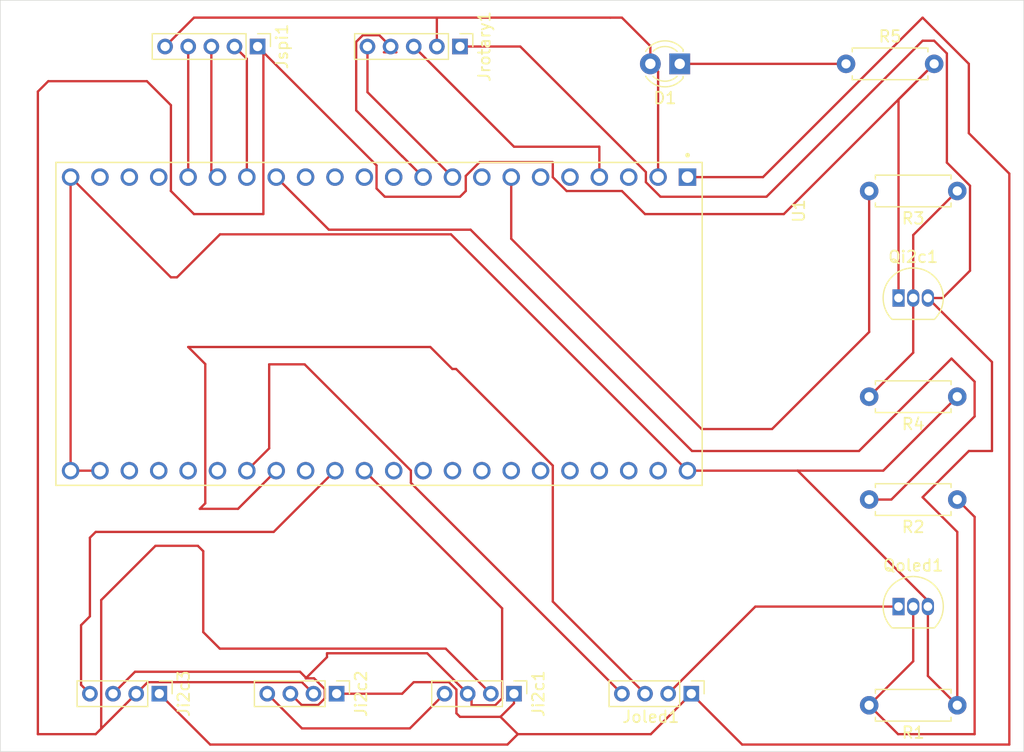
<source format=kicad_pcb>
(kicad_pcb (version 20241229) (generator "pcbnew") (generator_version "9.0")
  (layers (0 "F.Cu" signal) (2 "B.Cu" signal) (13 "F.Paste" user) (15 "B.Paste" user) (5 "F.SilkS" user "F.Silkscreen") (7 "B.SilkS" user "B.Silkscreen") (1 "F.Mask" user) (3 "B.Mask" user) (25 "Edge.Cuts" user))
  (net 0 "")
  (net 1 "+3.3V")
  (net 2 "Net-(D1-K)")
  (net 3 "Net-(U1-GPIO9)")
  (net 4 "Net-(Ji2c1-Pin_3)")
  (net 5 "Net-(Ji2c1-Pin_2)")
  (net 6 "Net-(Joled1-Pin_4)")
  (net 7 "Net-(Joled1-Pin_3)")
  (net 8 "Net-(Joled1-Pin_2)")
  (net 9 "Net-(Jrotary1-Pin_3)")
  (net 10 "Net-(Jrotary1-Pin_5)")
  (net 11 "Net-(Jrotary1-Pin_4)")
  (net 12 "GND")
  (net 13 "Net-(Jspi1-Pin_3)")
  (net 14 "Net-(Jspi1-Pin_2)")
  (net 15 "Net-(Jspi1-Pin_4)")
  (net 16 "Net-(Qi2c1-G)")
  (net 17 "Net-(Qoled1-G)")
  (net 18 "Net-(U1-GPIO7)")
  (footprint "Package_TO_SOT_THT:TO-92_Inline" (layer "F.Cu") (at 90.92 73.46)
    (property "Reference" "Qoled1" (at 1.27 -3.56 0) (layer "F.SilkS"))
    (property "Value" "BS170")
    (fp_line (start -0.53 1.85) (end 3.07 1.85) (stroke (width 0.12)) (layer "F.SilkS"))
    (fp_arc (start -0.568478 1.838478) (mid -1.132087 -0.994977) (end 1.27 -2.6) (stroke (width 0.12)) (layer "F.SilkS"))
    (fp_arc (start 1.27 -2.6) (mid 3.672087 -0.994977) (end 3.108478 1.838478) (stroke (width 0.12)) (layer "F.SilkS"))
    (pad "1" thru_hole rect (at 0 0) (size 1.05 1.5) (drill 0.75) (layers "*.Cu" "*.Mask") (net 8 "Net-(Joled1-Pin_2)"))
    (pad "2" thru_hole oval (at 1.27 0) (size 1.05 1.5) (drill 0.75) (layers "*.Cu" "*.Mask") (net 17 "Net-(Qoled1-G)"))
    (pad "3" thru_hole oval (at 2.54 0) (size 1.05 1.5) (drill 0.75) (layers "*.Cu" "*.Mask") (net 12 "GND"))
  )
  (footprint "Package_TO_SOT_THT:TO-92_Inline" (layer "F.Cu") (at 90.92 46.76)
    (property "Reference" "Qi2c1" (at 1.27 -3.56 0) (layer "F.SilkS"))
    (property "Value" "BS170")
    (fp_line (start -0.53 1.85) (end 3.07 1.85) (stroke (width 0.12)) (layer "F.SilkS"))
    (fp_arc (start -0.568478 1.838478) (mid -1.132087 -0.994977) (end 1.27 -2.6) (stroke (width 0.12)) (layer "F.SilkS"))
    (fp_arc (start 1.27 -2.6) (mid 3.672087 -0.994977) (end 3.108478 1.838478) (stroke (width 0.12)) (layer "F.SilkS"))
    (pad "1" thru_hole rect (at 0 0) (size 1.05 1.5) (drill 0.75) (layers "*.Cu" "*.Mask") (net 5 "Net-(Ji2c1-Pin_2)"))
    (pad "2" thru_hole oval (at 1.27 0) (size 1.05 1.5) (drill 0.75) (layers "*.Cu" "*.Mask") (net 16 "Net-(Qi2c1-G)"))
    (pad "3" thru_hole oval (at 2.54 0) (size 1.05 1.5) (drill 0.75) (layers "*.Cu" "*.Mask") (net 12 "GND"))
  )
  (footprint "Connector_PinHeader_2.00mm:PinHeader_1x04_P2.00mm_Vertical" (layer "F.Cu") (at 57.666667 81 -90)
    (property "Reference" "Ji2c1" (at 0 -2.11 90) (layer "F.SilkS"))
    (property "Value" "Conn_01x04_Pin")
    (fp_line (start -1.11 7.11) (end 1.11 7.11) (stroke (width 0.12)) (layer "F.SilkS"))
    (fp_line (start -1.11 1) (end -1.11 7.11) (stroke (width 0.12)) (layer "F.SilkS"))
    (fp_line (start -1.11 1) (end 1.11 1) (stroke (width 0.12)) (layer "F.SilkS"))
    (fp_line (start 1.11 1) (end 1.11 7.11) (stroke (width 0.12)) (layer "F.SilkS"))
    (fp_line (start -1.11 0) (end -1.11 -1.11) (stroke (width 0.12)) (layer "F.SilkS"))
    (fp_line (start -1.11 -1.11) (end 0 -1.11) (stroke (width 0.12)) (layer "F.SilkS"))
    (pad "1" thru_hole rect (at 0 0 270) (size 1.35 1.35) (drill 0.8) (layers "*.Cu" "*.Mask") (net 1 "+3.3V"))
    (pad "2" thru_hole circle (at 0 2 270) (size 1.35 1.35) (drill 0.8) (layers "*.Cu" "*.Mask") (net 5 "Net-(Ji2c1-Pin_2)"))
    (pad "3" thru_hole circle (at 0 4 270) (size 1.35 1.35) (drill 0.8) (layers "*.Cu" "*.Mask") (net 4 "Net-(Ji2c1-Pin_3)"))
    (pad "4" thru_hole circle (at 0 6 270) (size 1.35 1.35) (drill 0.8) (layers "*.Cu" "*.Mask") (net 4 "Net-(Ji2c1-Pin_3)"))
  )
  (footprint "Olimex ESP32 S3 LiPo Devkit:XCVR_ESP32-S3-DEVKIT-LIPO" (layer "F.Cu") (at 46 49 -90)
    (property "Reference" "U1" (at -9.775 -36.305 90) (layer "F.SilkS"))
    (property "Value" "ESP32-S3-DEVKIT-LIPO")
    (fp_line (start -13.97 27.94) (end -13.97 -27.94) (stroke (width 0.127)) (layer "F.SilkS"))
    (fp_line (start 13.97 27.94) (end -13.97 27.94) (stroke (width 0.127)) (layer "F.SilkS"))
    (fp_line (start -13.97 -27.94) (end 13.97 -27.94) (stroke (width 0.127)) (layer "F.SilkS"))
    (fp_line (start 13.97 -27.94) (end 13.97 27.94) (stroke (width 0.127)) (layer "F.SilkS"))
    (fp_circle (center -14.596 -26.682) (end -14.496 -26.682) (stroke (width 0.2)) (fill no) (layer "F.SilkS"))
    (pad "J1_1" thru_hole rect (at -12.7 -26.67 270) (size 1.508 1.508) (drill 1) (layers "*.Cu" "*.Mask") (net 1 "+3.3V"))
    (pad "J1_2" thru_hole circle (at -12.7 -24.13 270) (size 1.508 1.508) (drill 1) (layers "*.Cu" "*.Mask") (net 1 "+3.3V"))
    (pad "J1_3" thru_hole circle (at -12.7 -21.59 270) (size 1.508 1.508) (drill 1) (layers "*.Cu" "*.Mask"))
    (pad "J1_4" thru_hole circle (at -12.7 -19.05 270) (size 1.508 1.508) (drill 1) (layers "*.Cu" "*.Mask") (net 9 "Net-(Jrotary1-Pin_3)"))
    (pad "J1_5" thru_hole circle (at -12.7 -16.51 270) (size 1.508 1.508) (drill 1) (layers "*.Cu" "*.Mask"))
    (pad "J1_6" thru_hole circle (at -12.7 -13.97 270) (size 1.508 1.508) (drill 1) (layers "*.Cu" "*.Mask"))
    (pad "J1_7" thru_hole circle (at -12.7 -11.43 270) (size 1.508 1.508) (drill 1) (layers "*.Cu" "*.Mask") (net 18 "Net-(U1-GPIO7)"))
    (pad "J1_8" thru_hole circle (at -12.7 -8.89 270) (size 1.508 1.508) (drill 1) (layers "*.Cu" "*.Mask"))
    (pad "J1_9" thru_hole circle (at -12.7 -6.35 270) (size 1.508 1.508) (drill 1) (layers "*.Cu" "*.Mask") (net 10 "Net-(Jrotary1-Pin_5)"))
    (pad "J1_10" thru_hole circle (at -12.7 -3.81 270) (size 1.508 1.508) (drill 1) (layers "*.Cu" "*.Mask") (net 11 "Net-(Jrotary1-Pin_4)"))
    (pad "J1_11" thru_hole circle (at -12.7 -1.27 270) (size 1.508 1.508) (drill 1) (layers "*.Cu" "*.Mask"))
    (pad "J1_12" thru_hole circle (at -12.7 1.27 270) (size 1.508 1.508) (drill 1) (layers "*.Cu" "*.Mask"))
    (pad "J1_13" thru_hole circle (at -12.7 3.81 270) (size 1.508 1.508) (drill 1) (layers "*.Cu" "*.Mask"))
    (pad "J1_14" thru_hole circle (at -12.7 6.35 270) (size 1.508 1.508) (drill 1) (layers "*.Cu" "*.Mask"))
    (pad "J1_15" thru_hole circle (at -12.7 8.89 270) (size 1.508 1.508) (drill 1) (layers "*.Cu" "*.Mask") (net 3 "Net-(U1-GPIO9)"))
    (pad "J1_16" thru_hole circle (at -12.7 11.43 270) (size 1.508 1.508) (drill 1) (layers "*.Cu" "*.Mask") (net 14 "Net-(Jspi1-Pin_2)"))
    (pad "J1_17" thru_hole circle (at -12.7 13.97 270) (size 1.508 1.508) (drill 1) (layers "*.Cu" "*.Mask") (net 13 "Net-(Jspi1-Pin_3)"))
    (pad "J1_18" thru_hole circle (at -12.7 16.51 270) (size 1.508 1.508) (drill 1) (layers "*.Cu" "*.Mask") (net 15 "Net-(Jspi1-Pin_4)"))
    (pad "J1_19" thru_hole circle (at -12.7 19.05 270) (size 1.508 1.508) (drill 1) (layers "*.Cu" "*.Mask"))
    (pad "J1_20" thru_hole circle (at -12.7 21.59 270) (size 1.508 1.508) (drill 1) (layers "*.Cu" "*.Mask"))
    (pad "J1_21" thru_hole circle (at -12.7 24.13 270) (size 1.508 1.508) (drill 1) (layers "*.Cu" "*.Mask"))
    (pad "J1_22" thru_hole circle (at -12.7 26.67 270) (size 1.508 1.508) (drill 1) (layers "*.Cu" "*.Mask") (net 12 "GND"))
    (pad "J3_1" thru_hole circle (at 12.7 -26.67 270) (size 1.508 1.508) (drill 1) (layers "*.Cu" "*.Mask") (net 12 "GND"))
    (pad "J3_2" thru_hole circle (at 12.7 -24.13 270) (size 1.508 1.508) (drill 1) (layers "*.Cu" "*.Mask"))
    (pad "J3_3" thru_hole circle (at 12.7 -21.59 270) (size 1.508 1.508) (drill 1) (layers "*.Cu" "*.Mask"))
    (pad "J3_4" thru_hole circle (at 12.7 -19.05 270) (size 1.508 1.508) (drill 1) (layers "*.Cu" "*.Mask"))
    (pad "J3_5" thru_hole circle (at 12.7 -16.51 270) (size 1.508 1.508) (drill 1) (layers "*.Cu" "*.Mask"))
    (pad "J3_6" thru_hole circle (at 12.7 -13.97 270) (size 1.508 1.508) (drill 1) (layers "*.Cu" "*.Mask"))
    (pad "J3_7" thru_hole circle (at 12.7 -11.43 270) (size 1.508 1.508) (drill 1) (layers "*.Cu" "*.Mask"))
    (pad "J3_8" thru_hole circle (at 12.7 -8.89 270) (size 1.508 1.508) (drill 1) (layers "*.Cu" "*.Mask"))
    (pad "J3_9" thru_hole circle (at 12.7 -6.35 270) (size 1.508 1.508) (drill 1) (layers "*.Cu" "*.Mask"))
    (pad "J3_10" thru_hole circle (at 12.7 -3.81 270) (size 1.508 1.508) (drill 1) (layers "*.Cu" "*.Mask"))
    (pad "J3_11" thru_hole circle (at 12.7 -1.27 270) (size 1.508 1.508) (drill 1) (layers "*.Cu" "*.Mask"))
    (pad "J3_12" thru_hole circle (at 12.7 1.27 270) (size 1.508 1.508) (drill 1) (layers "*.Cu" "*.Mask") (net 4 "Net-(Ji2c1-Pin_3)"))
    (pad "J3_13" thru_hole circle (at 12.7 3.81 270) (size 1.508 1.508) (drill 1) (layers "*.Cu" "*.Mask") (net 4 "Net-(Ji2c1-Pin_3)"))
    (pad "J3_14" thru_hole circle (at 12.7 6.35 270) (size 1.508 1.508) (drill 1) (layers "*.Cu" "*.Mask"))
    (pad "J3_15" thru_hole circle (at 12.7 8.89 270) (size 1.508 1.508) (drill 1) (layers "*.Cu" "*.Mask") (net 7 "Net-(Joled1-Pin_3)"))
    (pad "J3_16" thru_hole circle (at 12.7 11.43 270) (size 1.508 1.508) (drill 1) (layers "*.Cu" "*.Mask") (net 6 "Net-(Joled1-Pin_4)"))
    (pad "J3_17" thru_hole circle (at 12.7 13.97 270) (size 1.508 1.508) (drill 1) (layers "*.Cu" "*.Mask"))
    (pad "J3_18" thru_hole circle (at 12.7 16.51 270) (size 1.508 1.508) (drill 1) (layers "*.Cu" "*.Mask"))
    (pad "J3_19" thru_hole circle (at 12.7 19.05 270) (size 1.508 1.508) (drill 1) (layers "*.Cu" "*.Mask"))
    (pad "J3_20" thru_hole circle (at 12.7 21.59 270) (size 1.508 1.508) (drill 1) (layers "*.Cu" "*.Mask"))
    (pad "J3_21" thru_hole circle (at 12.7 24.13 270) (size 1.508 1.508) (drill 1) (layers "*.Cu" "*.Mask") (net 12 "GND"))
    (pad "J3_22" thru_hole circle (at 12.7 26.67 270) (size 1.508 1.508) (drill 1) (layers "*.Cu" "*.Mask") (net 12 "GND"))
  )
  (footprint "Connector_PinHeader_2.00mm:PinHeader_1x05_P2.00mm_Vertical" (layer "F.Cu") (at 35.5 25 -90)
    (property "Reference" "Jspi1" (at 0 -2.11 90) (layer "F.SilkS"))
    (property "Value" "~")
    (fp_line (start -1.11 9.11) (end 1.11 9.11) (stroke (width 0.12)) (layer "F.SilkS"))
    (fp_line (start -1.11 1) (end -1.11 9.11) (stroke (width 0.12)) (layer "F.SilkS"))
    (fp_line (start -1.11 1) (end 1.11 1) (stroke (width 0.12)) (layer "F.SilkS"))
    (fp_line (start 1.11 1) (end 1.11 9.11) (stroke (width 0.12)) (layer "F.SilkS"))
    (fp_line (start -1.11 0) (end -1.11 -1.11) (stroke (width 0.12)) (layer "F.SilkS"))
    (fp_line (start -1.11 -1.11) (end 0 -1.11) (stroke (width 0.12)) (layer "F.SilkS"))
    (pad "1" thru_hole rect (at 0 0 270) (size 1.35 1.35) (drill 0.8) (layers "*.Cu" "*.Mask") (net 5 "Net-(Ji2c1-Pin_2)"))
    (pad "2" thru_hole circle (at 0 2 270) (size 1.35 1.35) (drill 0.8) (layers "*.Cu" "*.Mask") (net 14 "Net-(Jspi1-Pin_2)"))
    (pad "3" thru_hole circle (at 0 4 270) (size 1.35 1.35) (drill 0.8) (layers "*.Cu" "*.Mask") (net 13 "Net-(Jspi1-Pin_3)"))
    (pad "4" thru_hole circle (at 0 6 270) (size 1.35 1.35) (drill 0.8) (layers "*.Cu" "*.Mask") (net 15 "Net-(Jspi1-Pin_4)"))
    (pad "5" thru_hole circle (at 0 8 270) (size 1.35 1.35) (drill 0.8) (layers "*.Cu" "*.Mask") (net 1 "+3.3V"))
  )
  (footprint "Resistor_THT:R_Axial_DIN0207_L6.3mm_D2.5mm_P7.62mm_Horizontal" (layer "F.Cu") (at 96 37.5 180)
    (property "Reference" "R3" (at 3.81 -2.37 0) (layer "F.SilkS"))
    (property "Value" "1k")
    (fp_line (start 7.08 1.37) (end 7.08 1.04) (stroke (width 0.12)) (layer "F.SilkS"))
    (fp_line (start 7.08 -1.37) (end 7.08 -1.04) (stroke (width 0.12)) (layer "F.SilkS"))
    (fp_line (start 0.54 1.37) (end 7.08 1.37) (stroke (width 0.12)) (layer "F.SilkS"))
    (fp_line (start 0.54 1.04) (end 0.54 1.37) (stroke (width 0.12)) (layer "F.SilkS"))
    (fp_line (start 0.54 -1.04) (end 0.54 -1.37) (stroke (width 0.12)) (layer "F.SilkS"))
    (fp_line (start 0.54 -1.37) (end 7.08 -1.37) (stroke (width 0.12)) (layer "F.SilkS"))
    (pad "1" thru_hole circle (at 0 0 180) (size 1.6 1.6) (drill 0.8) (layers "*.Cu" "*.Mask") (net 16 "Net-(Qi2c1-G)"))
    (pad "2" thru_hole oval (at 7.62 0 180) (size 1.6 1.6) (drill 0.8) (layers "*.Cu" "*.Mask") (net 18 "Net-(U1-GPIO7)"))
  )
  (footprint "Connector_PinHeader_2.00mm:PinHeader_1x04_P2.00mm_Vertical" (layer "F.Cu") (at 27 81 -90)
    (property "Reference" "Ji2c3" (at 0 -2.11 90) (layer "F.SilkS"))
    (property "Value" "Conn_01x04_Pin")
    (fp_line (start -1.11 7.11) (end 1.11 7.11) (stroke (width 0.12)) (layer "F.SilkS"))
    (fp_line (start -1.11 1) (end -1.11 7.11) (stroke (width 0.12)) (layer "F.SilkS"))
    (fp_line (start -1.11 1) (end 1.11 1) (stroke (width 0.12)) (layer "F.SilkS"))
    (fp_line (start 1.11 1) (end 1.11 7.11) (stroke (width 0.12)) (layer "F.SilkS"))
    (fp_line (start -1.11 0) (end -1.11 -1.11) (stroke (width 0.12)) (layer "F.SilkS"))
    (fp_line (start -1.11 -1.11) (end 0 -1.11) (stroke (width 0.12)) (layer "F.SilkS"))
    (pad "1" thru_hole rect (at 0 0 270) (size 1.35 1.35) (drill 0.8) (layers "*.Cu" "*.Mask") (net 1 "+3.3V"))
    (pad "2" thru_hole circle (at 0 2 270) (size 1.35 1.35) (drill 0.8) (layers "*.Cu" "*.Mask") (net 5 "Net-(Ji2c1-Pin_2)"))
    (pad "3" thru_hole circle (at 0 4 270) (size 1.35 1.35) (drill 0.8) (layers "*.Cu" "*.Mask") (net 4 "Net-(Ji2c1-Pin_3)"))
    (pad "4" thru_hole circle (at 0 6 270) (size 1.35 1.35) (drill 0.8) (layers "*.Cu" "*.Mask") (net 4 "Net-(Ji2c1-Pin_3)"))
  )
  (footprint "Connector_PinHeader_2.00mm:PinHeader_1x05_P2.00mm_Vertical" (layer "F.Cu") (at 53 25 -90)
    (property "Reference" "Jrotary1" (at 0 -2.11 90) (layer "F.SilkS"))
    (property "Value" "~")
    (fp_line (start -1.11 9.11) (end 1.11 9.11) (stroke (width 0.12)) (layer "F.SilkS"))
    (fp_line (start -1.11 1) (end -1.11 9.11) (stroke (width 0.12)) (layer "F.SilkS"))
    (fp_line (start -1.11 1) (end 1.11 1) (stroke (width 0.12)) (layer "F.SilkS"))
    (fp_line (start 1.11 1) (end 1.11 9.11) (stroke (width 0.12)) (layer "F.SilkS"))
    (fp_line (start -1.11 0) (end -1.11 -1.11) (stroke (width 0.12)) (layer "F.SilkS"))
    (fp_line (start -1.11 -1.11) (end 0 -1.11) (stroke (width 0.12)) (layer "F.SilkS"))
    (pad "1" thru_hole rect (at 0 0 270) (size 1.35 1.35) (drill 0.8) (layers "*.Cu" "*.Mask") (net 12 "GND"))
    (pad "2" thru_hole circle (at 0 2 270) (size 1.35 1.35) (drill 0.8) (layers "*.Cu" "*.Mask") (net 1 "+3.3V"))
    (pad "3" thru_hole circle (at 0 4 270) (size 1.35 1.35) (drill 0.8) (layers "*.Cu" "*.Mask") (net 9 "Net-(Jrotary1-Pin_3)"))
    (pad "4" thru_hole circle (at 0 6 270) (size 1.35 1.35) (drill 0.8) (layers "*.Cu" "*.Mask") (net 11 "Net-(Jrotary1-Pin_4)"))
    (pad "5" thru_hole circle (at 0 8 270) (size 1.35 1.35) (drill 0.8) (layers "*.Cu" "*.Mask") (net 10 "Net-(Jrotary1-Pin_5)"))
  )
  (footprint "Connector_PinHeader_2.00mm:PinHeader_1x04_P2.00mm_Vertical" (layer "F.Cu") (at 42.333333 81 -90)
    (property "Reference" "Ji2c2" (at 0 -2.11 90) (layer "F.SilkS"))
    (property "Value" "Conn_01x04_Pin")
    (fp_line (start -1.11 7.11) (end 1.11 7.11) (stroke (width 0.12)) (layer "F.SilkS"))
    (fp_line (start -1.11 1) (end -1.11 7.11) (stroke (width 0.12)) (layer "F.SilkS"))
    (fp_line (start -1.11 1) (end 1.11 1) (stroke (width 0.12)) (layer "F.SilkS"))
    (fp_line (start 1.11 1) (end 1.11 7.11) (stroke (width 0.12)) (layer "F.SilkS"))
    (fp_line (start -1.11 0) (end -1.11 -1.11) (stroke (width 0.12)) (layer "F.SilkS"))
    (fp_line (start -1.11 -1.11) (end 0 -1.11) (stroke (width 0.12)) (layer "F.SilkS"))
    (pad "1" thru_hole rect (at 0 0 270) (size 1.35 1.35) (drill 0.8) (layers "*.Cu" "*.Mask") (net 1 "+3.3V"))
    (pad "2" thru_hole circle (at 0 2 270) (size 1.35 1.35) (drill 0.8) (layers "*.Cu" "*.Mask") (net 5 "Net-(Ji2c1-Pin_2)"))
    (pad "3" thru_hole circle (at 0 4 270) (size 1.35 1.35) (drill 0.8) (layers "*.Cu" "*.Mask") (net 4 "Net-(Ji2c1-Pin_3)"))
    (pad "4" thru_hole circle (at 0 6 270) (size 1.35 1.35) (drill 0.8) (layers "*.Cu" "*.Mask") (net 4 "Net-(Ji2c1-Pin_3)"))
  )
  (footprint "Resistor_THT:R_Axial_DIN0207_L6.3mm_D2.5mm_P7.62mm_Horizontal" (layer "F.Cu") (at 96 55.3 180)
    (property "Reference" "R4" (at 3.81 -2.37 0) (layer "F.SilkS"))
    (property "Value" "4.7k")
    (fp_line (start 7.08 1.37) (end 7.08 1.04) (stroke (width 0.12)) (layer "F.SilkS"))
    (fp_line (start 7.08 -1.37) (end 7.08 -1.04) (stroke (width 0.12)) (layer "F.SilkS"))
    (fp_line (start 0.54 1.37) (end 7.08 1.37) (stroke (width 0.12)) (layer "F.SilkS"))
    (fp_line (start 0.54 1.04) (end 0.54 1.37) (stroke (width 0.12)) (layer "F.SilkS"))
    (fp_line (start 0.54 -1.04) (end 0.54 -1.37) (stroke (width 0.12)) (layer "F.SilkS"))
    (fp_line (start 0.54 -1.37) (end 7.08 -1.37) (stroke (width 0.12)) (layer "F.SilkS"))
    (pad "1" thru_hole circle (at 0 0 180) (size 1.6 1.6) (drill 0.8) (layers "*.Cu" "*.Mask") (net 12 "GND"))
    (pad "2" thru_hole oval (at 7.62 0 180) (size 1.6 1.6) (drill 0.8) (layers "*.Cu" "*.Mask") (net 16 "Net-(Qi2c1-G)"))
  )
  (footprint "LED_THT:LED_D3.0mm" (layer "F.Cu") (at 72 26.5 180)
    (property "Reference" "D1" (at 1.27 -2.96 0) (layer "F.SilkS"))
    (property "Value" "LED")
    (fp_line (start -0.29 1.08) (end -0.29 1.236) (stroke (width 0.12)) (layer "F.SilkS"))
    (fp_line (start -0.29 -1.236) (end -0.29 -1.08) (stroke (width 0.12)) (layer "F.SilkS"))
    (fp_arc (start 2.941397 1.080061) (mid 1.365624 1.987701) (end -0.29 1.235516) (stroke (width 0.12)) (layer "F.SilkS"))
    (fp_arc (start 2.31091 1.080049) (mid 1.269964 1.5) (end 0.229039 1.08) (stroke (width 0.12)) (layer "F.SilkS"))
    (fp_arc (start 0.229039 -1.08) (mid 1.269964 -1.5) (end 2.31091 -1.080049) (stroke (width 0.12)) (layer "F.SilkS"))
    (fp_arc (start -0.29 -1.235516) (mid 1.365624 -1.987701) (end 2.941397 -1.080061) (stroke (width 0.12)) (layer "F.SilkS"))
    (pad "1" thru_hole rect (at 0 0 180) (size 1.8 1.8) (drill 0.9) (layers "*.Cu" "*.Mask") (net 2 "Net-(D1-K)"))
    (pad "2" thru_hole circle (at 2.54 0 180) (size 1.8 1.8) (drill 0.9) (layers "*.Cu" "*.Mask") (net 1 "+3.3V"))
  )
  (footprint "Resistor_THT:R_Axial_DIN0207_L6.3mm_D2.5mm_P7.62mm_Horizontal" (layer "F.Cu") (at 96 82 180)
    (property "Reference" "R1" (at 3.81 -2.37 0) (layer "F.SilkS"))
    (property "Value" "10k")
    (fp_line (start 7.08 1.37) (end 7.08 1.04) (stroke (width 0.12)) (layer "F.SilkS"))
    (fp_line (start 7.08 -1.37) (end 7.08 -1.04) (stroke (width 0.12)) (layer "F.SilkS"))
    (fp_line (start 0.54 1.37) (end 7.08 1.37) (stroke (width 0.12)) (layer "F.SilkS"))
    (fp_line (start 0.54 1.04) (end 0.54 1.37) (stroke (width 0.12)) (layer "F.SilkS"))
    (fp_line (start 0.54 -1.04) (end 0.54 -1.37) (stroke (width 0.12)) (layer "F.SilkS"))
    (fp_line (start 0.54 -1.37) (end 7.08 -1.37) (stroke (width 0.12)) (layer "F.SilkS"))
    (pad "1" thru_hole circle (at 0 0 180) (size 1.6 1.6) (drill 0.8) (layers "*.Cu" "*.Mask") (net 12 "GND"))
    (pad "2" thru_hole oval (at 7.62 0 180) (size 1.6 1.6) (drill 0.8) (layers "*.Cu" "*.Mask") (net 17 "Net-(Qoled1-G)"))
  )
  (footprint "Resistor_THT:R_Axial_DIN0207_L6.3mm_D2.5mm_P7.62mm_Horizontal" (layer "F.Cu") (at 96 64.2 180)
    (property "Reference" "R2" (at 3.81 -2.37 0) (layer "F.SilkS"))
    (property "Value" "1k")
    (fp_line (start 7.08 1.37) (end 7.08 1.04) (stroke (width 0.12)) (layer "F.SilkS"))
    (fp_line (start 7.08 -1.37) (end 7.08 -1.04) (stroke (width 0.12)) (layer "F.SilkS"))
    (fp_line (start 0.54 1.37) (end 7.08 1.37) (stroke (width 0.12)) (layer "F.SilkS"))
    (fp_line (start 0.54 1.04) (end 0.54 1.37) (stroke (width 0.12)) (layer "F.SilkS"))
    (fp_line (start 0.54 -1.04) (end 0.54 -1.37) (stroke (width 0.12)) (layer "F.SilkS"))
    (fp_line (start 0.54 -1.37) (end 7.08 -1.37) (stroke (width 0.12)) (layer "F.SilkS"))
    (pad "1" thru_hole circle (at 0 0 180) (size 1.6 1.6) (drill 0.8) (layers "*.Cu" "*.Mask") (net 17 "Net-(Qoled1-G)"))
    (pad "2" thru_hole oval (at 7.62 0 180) (size 1.6 1.6) (drill 0.8) (layers "*.Cu" "*.Mask") (net 3 "Net-(U1-GPIO9)"))
  )
  (footprint "Connector_PinHeader_2.00mm:PinHeader_1x04_P2.00mm_Vertical" (layer "F.Cu") (at 73 81 -90)
    (property "Reference" "Joled1" (at 2 3.5 0) (layer "F.SilkS"))
    (property "Value" "Conn_01x04_Pin")
    (fp_line (start -1.11 7.11) (end 1.11 7.11) (stroke (width 0.12)) (layer "F.SilkS"))
    (fp_line (start -1.11 1) (end -1.11 7.11) (stroke (width 0.12)) (layer "F.SilkS"))
    (fp_line (start -1.11 1) (end 1.11 1) (stroke (width 0.12)) (layer "F.SilkS"))
    (fp_line (start 1.11 1) (end 1.11 7.11) (stroke (width 0.12)) (layer "F.SilkS"))
    (fp_line (start -1.11 0) (end -1.11 -1.11) (stroke (width 0.12)) (layer "F.SilkS"))
    (fp_line (start -1.11 -1.11) (end 0 -1.11) (stroke (width 0.12)) (layer "F.SilkS"))
    (pad "1" thru_hole rect (at 0 0 270) (size 1.35 1.35) (drill 0.8) (layers "*.Cu" "*.Mask") (net 1 "+3.3V"))
    (pad "2" thru_hole circle (at 0 2 270) (size 1.35 1.35) (drill 0.8) (layers "*.Cu" "*.Mask") (net 8 "Net-(Joled1-Pin_2)"))
    (pad "3" thru_hole circle (at 0 4 270) (size 1.35 1.35) (drill 0.8) (layers "*.Cu" "*.Mask") (net 7 "Net-(Joled1-Pin_3)"))
    (pad "4" thru_hole circle (at 0 6 270) (size 1.35 1.35) (drill 0.8) (layers "*.Cu" "*.Mask") (net 6 "Net-(Joled1-Pin_4)"))
  )
  (footprint "Resistor_THT:R_Axial_DIN0207_L6.3mm_D2.5mm_P7.62mm_Horizontal" (layer "F.Cu") (at 86.38 26.5)
    (property "Reference" "R5" (at 3.81 -2.37 0) (layer "F.SilkS"))
    (property "Value" "4.7k")
    (fp_line (start 0.54 -1.37) (end 7.08 -1.37) (stroke (width 0.12)) (layer "F.SilkS"))
    (fp_line (start 0.54 -1.04) (end 0.54 -1.37) (stroke (width 0.12)) (layer "F.SilkS"))
    (fp_line (start 0.54 1.04) (end 0.54 1.37) (stroke (width 0.12)) (layer "F.SilkS"))
    (fp_line (start 0.54 1.37) (end 7.08 1.37) (stroke (width 0.12)) (layer "F.SilkS"))
    (fp_line (start 7.08 -1.37) (end 7.08 -1.04) (stroke (width 0.12)) (layer "F.SilkS"))
    (fp_line (start 7.08 1.37) (end 7.08 1.04) (stroke (width 0.12)) (layer "F.SilkS"))
    (pad "1" thru_hole circle (at 0 0) (size 1.6 1.6) (drill 0.8) (layers "*.Cu" "*.Mask") (net 2 "Net-(D1-K)"))
    (pad "2" thru_hole oval (at 7.62 0) (size 1.6 1.6) (drill 0.8) (layers "*.Cu" "*.Mask") (net 5 "Net-(Ji2c1-Pin_2)"))
  )
  (gr_rect (start 13.25 21) (end 101.75 86) (stroke (width 0.05)) (fill no) (layer "Edge.Cuts"))
  (segment (start 69.5 84.5) (end 58 84.5) (width 0.2) (layer "F.Cu") (net 1))
  (segment (start 57.666667 81.833333) (end 57.666667 81) (width 0.2) (layer "F.Cu") (net 1))
  (segment (start 30 22.5) (end 51 22.5) (width 0.2) (layer "F.Cu") (net 1))
  (segment (start 79.2 36.3) (end 72.67 36.3) (width 0.2) (layer "F.Cu") (net 1))
  (segment (start 57.101 85.399) (end 58 84.5) (width 0.2) (layer "F.Cu") (net 1))
  (segment (start 100.5 85.399) (end 100.5 36) (width 0.2) (layer "F.Cu") (net 1))
  (segment (start 52.690667 80.643727) (end 52.690667 82.690667) (width 0.2) (layer "F.Cu") (net 1))
  (segment (start 93 22.5) (end 79.2 36.3) (width 0.2) (layer "F.Cu") (net 1))
  (segment (start 27.5 25) (end 30 22.5) (width 0.2) (layer "F.Cu") (net 1))
  (segment (start 69.46 26.5) (end 69.46 24.96) (width 0.2) (layer "F.Cu") (net 1))
  (segment (start 51 25) (end 51 22.5) (width 0.2) (layer "F.Cu") (net 1))
  (segment (start 53 83) (end 56.5 83) (width 0.2) (layer "F.Cu") (net 1))
  (segment (start 70.13 27.17) (end 69.46 26.5) (width 0.2) (layer "F.Cu") (net 1))
  (segment (start 52.690667 82.690667) (end 53 83) (width 0.2) (layer "F.Cu") (net 1))
  (segment (start 66 22.5) (end 67 22.5) (width 0.2) (layer "F.Cu") (net 1))
  (segment (start 51 22.5) (end 66 22.5) (width 0.2) (layer "F.Cu") (net 1))
  (segment (start 97 32.5) (end 97 26.5) (width 0.2) (layer "F.Cu") (net 1))
  (segment (start 27 81) (end 31.399 85.399) (width 0.2) (layer "F.Cu") (net 1))
  (segment (start 52.04694 80) (end 52.690667 80.643727) (width 0.2) (layer "F.Cu") (net 1))
  (segment (start 42.333333 81) (end 48 81) (width 0.2) (layer "F.Cu") (net 1))
  (segment (start 97 26.5) (end 93 22.5) (width 0.2) (layer "F.Cu") (net 1))
  (segment (start 100.5 36) (end 97 32.5) (width 0.2) (layer "F.Cu") (net 1))
  (segment (start 49 80) (end 52.04694 80) (width 0.2) (layer "F.Cu") (net 1))
  (segment (start 73 81) (end 69.5 84.5) (width 0.2) (layer "F.Cu") (net 1))
  (segment (start 31.399 85.399) (end 57.101 85.399) (width 0.2) (layer "F.Cu") (net 1))
  (segment (start 56.5 83) (end 57.666667 81.833333) (width 0.2) (layer "F.Cu") (net 1))
  (segment (start 77.399 85.399) (end 100.5 85.399) (width 0.2) (layer "F.Cu") (net 1))
  (segment (start 70.13 36.3) (end 70.13 27.17) (width 0.2) (layer "F.Cu") (net 1))
  (segment (start 58 84.5) (end 56.5 83) (width 0.2) (layer "F.Cu") (net 1))
  (segment (start 48 81) (end 49 80) (width 0.2) (layer "F.Cu") (net 1))
  (segment (start 73 81) (end 77.399 85.399) (width 0.2) (layer "F.Cu") (net 1))
  (segment (start 69.46 24.96) (end 67 22.5) (width 0.2) (layer "F.Cu") (net 1))
  (segment (start 72 26.5) (end 86.38 26.5) (width 0.2) (layer "F.Cu") (net 2))
  (segment (start 88.38 64.2) (end 90.3 64.2) (width 0.2) (layer "F.Cu") (net 3))
  (segment (start 87.5 60) (end 73.065685 60) (width 0.2) (layer "F.Cu") (net 3))
  (segment (start 97.5 57) (end 97.5 54) (width 0.2) (layer "F.Cu") (net 3))
  (segment (start 53.915685 40.85) (end 41.66 40.85) (width 0.2) (layer "F.Cu") (net 3))
  (segment (start 97.5 54) (end 95.5 52) (width 0.2) (layer "F.Cu") (net 3))
  (segment (start 90.3 64.2) (end 97.5 57) (width 0.2) (layer "F.Cu") (net 3))
  (segment (start 95.5 52) (end 87.5 60) (width 0.2) (layer "F.Cu") (net 3))
  (segment (start 41.66 40.85) (end 37.11 36.3) (width 0.2) (layer "F.Cu") (net 3))
  (segment (start 73.065685 60) (end 53.915685 40.85) (width 0.2) (layer "F.Cu") (net 3))
  (segment (start 40.737606 81.976) (end 39.309333 81.976) (width 0.2) (layer "F.Cu") (net 4))
  (segment (start 56.04694 82) (end 54 82) (width 0.2) (layer "F.Cu") (net 4))
  (segment (start 20.234314 75.068631) (end 21 74.302945) (width 0.2) (layer "F.Cu") (net 4))
  (segment (start 39.666667 79.666667) (end 40.380273 79.666667) (width 0.2) (layer "F.Cu") (net 4))
  (segment (start 39.333333 84) (end 36.333333 81) (width 0.2) (layer "F.Cu") (net 4))
  (segment (start 41.5 77.5) (end 41.5 77.833333) (width 0.2) (layer "F.Cu") (net 4))
  (segment (start 36.89 67) (end 42.19 61.7) (width 0.2) (layer "F.Cu") (net 4))
  (segment (start 53.666667 81) (end 50.166667 77.5) (width 0.2) (layer "F.Cu") (net 4))
  (segment (start 54 82) (end 54 81.333333) (width 0.2) (layer "F.Cu") (net 4))
  (segment (start 44.73 61.7) (end 56.642667 73.612667) (width 0.2) (layer "F.Cu") (net 4))
  (segment (start 41.5 77.833333) (end 39.666667 79.666667) (width 0.2) (layer "F.Cu") (net 4))
  (segment (start 39.165685 79.1) (end 24.9 79.1) (width 0.2) (layer "F.Cu") (net 4))
  (segment (start 41.309333 80.595727) (end 41.309333 81.404273) (width 0.2) (layer "F.Cu") (net 4))
  (segment (start 39.666667 79.666667) (end 39.666667 79.600982) (width 0.2) (layer "F.Cu") (net 4))
  (segment (start 54 81.333333) (end 53.666667 81) (width 0.2) (layer "F.Cu") (net 4))
  (segment (start 21.5 67) (end 36.89 67) (width 0.2) (layer "F.Cu") (net 4))
  (segment (start 21 81) (end 20.234314 80.234314) (width 0.2) (layer "F.Cu") (net 4))
  (segment (start 51.666667 81) (end 48.666667 84) (width 0.2) (layer "F.Cu") (net 4))
  (segment (start 39.666667 79.600982) (end 39.165685 79.1) (width 0.2) (layer "F.Cu") (net 4))
  (segment (start 41.309333 81.404273) (end 40.737606 81.976) (width 0.2) (layer "F.Cu") (net 4))
  (segment (start 21 74.302945) (end 21 67.5) (width 0.2) (layer "F.Cu") (net 4))
  (segment (start 48.666667 84) (end 39.333333 84) (width 0.2) (layer "F.Cu") (net 4))
  (segment (start 56.642667 81.404273) (end 56.04694 82) (width 0.2) (layer "F.Cu") (net 4))
  (segment (start 40.380273 79.666667) (end 41.309333 80.595727) (width 0.2) (layer "F.Cu") (net 4))
  (segment (start 50.166667 77.5) (end 41.5 77.5) (width 0.2) (layer "F.Cu") (net 4))
  (segment (start 56.642667 73.612667) (end 56.642667 81.404273) (width 0.2) (layer "F.Cu") (net 4))
  (segment (start 39.309333 81.976) (end 38.333333 81) (width 0.2) (layer "F.Cu") (net 4))
  (segment (start 24.9 79.1) (end 23 81) (width 0.2) (layer "F.Cu") (net 4))
  (segment (start 20.234314 80.234314) (end 20.234314 75.068631) (width 0.2) (layer "F.Cu") (net 4))
  (segment (start 21 67.5) (end 21.5 67) (width 0.2) (layer "F.Cu") (net 4))
  (segment (start 55.666667 81) (end 51.765667 77.099) (width 0.2) (layer "F.Cu") (net 5))
  (segment (start 61.025 36.306996) (end 62.218004 37.5) (width 0.2) (layer "F.Cu") (net 5))
  (segment (start 94 26.5) (end 90.92 29.58) (width 0.2) (layer "F.Cu") (net 5))
  (segment (start 35.5 25) (end 36 25.5) (width 0.2) (layer "F.Cu") (net 5))
  (segment (start 62.218004 37.5) (end 67 37.5) (width 0.2) (layer "F.Cu") (net 5))
  (segment (start 25 81) (end 21.976 84.024) (width 0.2) (layer "F.Cu") (net 5))
  (segment (start 28.005 30.076727) (end 25.928273 28) (width 0.2) (layer "F.Cu") (net 5))
  (segment (start 53.5 36.198004) (end 54.698004 35) (width 0.2) (layer "F.Cu") (net 5))
  (segment (start 51.765667 77.099) (end 32.23037 77.099) (width 0.2) (layer "F.Cu") (net 5))
  (segment (start 30.33137 68.2) (end 26.671574 68.2) (width 0.2) (layer "F.Cu") (net 5))
  (segment (start 81 39.5) (end 94 26.5) (width 0.2) (layer "F.Cu") (net 5))
  (segment (start 45.785 35.285) (end 45.785 37.285) (width 0.2) (layer "F.Cu") (net 5))
  (segment (start 30 39.5) (end 28 37.5) (width 0.2) (layer "F.Cu") (net 5))
  (segment (start 36 25.5) (end 36 39.5) (width 0.2) (layer "F.Cu") (net 5))
  (segment (start 26 80) (end 39.333333 80) (width 0.2) (layer "F.Cu") (net 5))
  (segment (start 69 39.5) (end 81 39.5) (width 0.2) (layer "F.Cu") (net 5))
  (segment (start 39.333333 80) (end 40.333333 81) (width 0.2) (layer "F.Cu") (net 5))
  (segment (start 61 35) (end 61.025 35.025) (width 0.2) (layer "F.Cu") (net 5))
  (segment (start 35.5 25) (end 45.785 35.285) (width 0.2) (layer "F.Cu") (net 5))
  (segment (start 53.5 37.5) (end 53.5 36.198004) (width 0.2) (layer "F.Cu") (net 5))
  (segment (start 36 39.5) (end 30 39.5) (width 0.2) (layer "F.Cu") (net 5))
  (segment (start 45.785 37.285) (end 46.5 38) (width 0.2) (layer "F.Cu") (net 5))
  (segment (start 26.671574 68.2) (end 21.976 72.895574) (width 0.2) (layer "F.Cu") (net 5))
  (segment (start 21.976 84.024) (end 21.5 84.5) (width 0.2) (layer "F.Cu") (net 5))
  (segment (start 54.698004 35) (end 61 35) (width 0.2) (layer "F.Cu") (net 5))
  (segment (start 28.005 37.495) (end 28.005 30.076727) (width 0.2) (layer "F.Cu") (net 5))
  (segment (start 32.23037 77.099) (end 30.8 75.66863) (width 0.2) (layer "F.Cu") (net 5))
  (segment (start 46.5 38) (end 53 38) (width 0.2) (layer "F.Cu") (net 5))
  (segment (start 21.5 84.5) (end 16.5 84.5) (width 0.2) (layer "F.Cu") (net 5))
  (segment (start 30.8 68.668629) (end 30.33137 68.2) (width 0.2) (layer "F.Cu") (net 5))
  (segment (start 90.92 29.58) (end 90.92 46.76) (width 0.2) (layer "F.Cu") (net 5))
  (segment (start 30.8 75.66863) (end 30.8 68.668629) (width 0.2) (layer "F.Cu") (net 5))
  (segment (start 25 81) (end 26 80) (width 0.2) (layer "F.Cu") (net 5))
  (segment (start 21.976 72.895574) (end 21.976 84.024) (width 0.2) (layer "F.Cu") (net 5))
  (segment (start 17.399 28) (end 25.928273 28) (width 0.2) (layer "F.Cu") (net 5))
  (segment (start 16.5 28.899) (end 17.399 28) (width 0.2) (layer "F.Cu") (net 5))
  (segment (start 28 37.5) (end 28.005 37.495) (width 0.2) (layer "F.Cu") (net 5))
  (segment (start 16.5 84.5) (end 16.5 28.899) (width 0.2) (layer "F.Cu") (net 5))
  (segment (start 61.025 35.025) (end 61.025 36.306996) (width 0.2) (layer "F.Cu") (net 5))
  (segment (start 53 38) (end 53.5 37.5) (width 0.2) (layer "F.Cu") (net 5))
  (segment (start 67 37.5) (end 69 39.5) (width 0.2) (layer "F.Cu") (net 5))
  (segment (start 48.755 61.693004) (end 39.561996 52.5) (width 0.2) (layer "F.Cu") (net 6))
  (segment (start 36.5 59.77) (end 34.57 61.7) (width 0.2) (layer "F.Cu") (net 6))
  (segment (start 67 81) (end 48.755 62.755) (width 0.2) (layer "F.Cu") (net 6))
  (segment (start 36.5 52.5) (end 36.5 59.77) (width 0.2) (layer "F.Cu") (net 6))
  (segment (start 39.561996 52.5) (end 36.5 52.5) (width 0.2) (layer "F.Cu") (net 6))
  (segment (start 48.755 62.755) (end 48.755 61.693004) (width 0.2) (layer "F.Cu") (net 6))
  (segment (start 30.5 65) (end 33.81 65) (width 0.2) (layer "F.Cu") (net 7))
  (segment (start 52.334314 52.9) (end 50.434314 51) (width 0.2) (layer "F.Cu") (net 7))
  (segment (start 61.025 73.025) (end 61.025 61.263004) (width 0.2) (layer "F.Cu") (net 7))
  (segment (start 52.661996 52.9) (end 52.334314 52.9) (width 0.2) (layer "F.Cu") (net 7))
  (segment (start 33.81 65) (end 37.11 61.7) (width 0.2) (layer "F.Cu") (net 7))
  (segment (start 29.5 51) (end 30.975 52.475) (width 0.2) (layer "F.Cu") (net 7))
  (segment (start 30.975 52.475) (end 30.975 64.525) (width 0.2) (layer "F.Cu") (net 7))
  (segment (start 50.434314 51) (end 29.5 51) (width 0.2) (layer "F.Cu") (net 7))
  (segment (start 30.975 64.525) (end 30.5 65) (width 0.2) (layer "F.Cu") (net 7))
  (segment (start 61.025 61.263004) (end 52.661996 52.9) (width 0.2) (layer "F.Cu") (net 7))
  (segment (start 69 81) (end 61.025 73.025) (width 0.2) (layer "F.Cu") (net 7))
  (segment (start 78.54 73.46) (end 90.92 73.46) (width 0.2) (layer "F.Cu") (net 8))
  (segment (start 71 81) (end 78.54 73.46) (width 0.2) (layer "F.Cu") (net 8))
  (segment (start 65.05 33.669727) (end 65.05 36.3) (width 0.2) (layer "F.Cu") (net 9))
  (segment (start 57.669727 33.669727) (end 65.05 33.669727) (width 0.2) (layer "F.Cu") (net 9))
  (segment (start 49 25) (end 57.669727 33.669727) (width 0.2) (layer "F.Cu") (net 9))
  (segment (start 45 28.95) (end 52.35 36.3) (width 0.2) (layer "F.Cu") (net 10))
  (segment (start 45 25) (end 45 28.95) (width 0.2) (layer "F.Cu") (net 10))
  (segment (start 47 25) (end 46.024 24.024) (width 0.2) (layer "F.Cu") (net 11))
  (segment (start 44.595727 24.024) (end 44.024 24.595727) (width 0.2) (layer "F.Cu") (net 11))
  (segment (start 44.024 24.595727) (end 44.024 30.524) (width 0.2) (layer "F.Cu") (net 11))
  (segment (start 46.024 24.024) (end 44.595727 24.024) (width 0.2) (layer "F.Cu") (net 11))
  (segment (start 44.024 30.524) (end 48 34.5) (width 0.2) (layer "F.Cu") (net 11))
  (segment (start 48.01 34.5) (end 49.81 36.3) (width 0.2) (layer "F.Cu") (net 11))
  (segment (start 48 34.5) (end 48.01 34.5) (width 0.2) (layer "F.Cu") (net 11))
  (segment (start 46.418004 25.5) (end 47.5 25.5) (width 0.2) (layer "F.Cu") (net 11))
  (segment (start 19.33 36.3) (end 28 44.97) (width 0.2) (layer "F.Cu") (net 12))
  (segment (start 89.6 61.7) (end 82.2 61.7) (width 0.2) (layer "F.Cu") (net 12))
  (segment (start 93.46 73.46) (end 93.46 79.46) (width 0.2) (layer "F.Cu") (net 12))
  (segment (start 69.075 36.736996) (end 70.338004 38) (width 0.2) (layer "F.Cu") (net 12))
  (segment (start 99 60) (end 97 60) (width 0.2) (layer "F.Cu") (net 12))
  (segment (start 52.22 41.25) (end 72.67 61.7) (width 0.2) (layer "F.Cu") (net 12))
  (segment (start 53 25) (end 58.211996 25) (width 0.2) (layer "F.Cu") (net 12))
  (segment (start 21.87 61.7) (end 19.33 61.7) (width 0.2) (layer "F.Cu") (net 12))
  (segment (start 96 55.3) (end 89.6 61.7) (width 0.2) (layer "F.Cu") (net 12))
  (segment (start 79.5 38) (end 93 24.5) (width 0.2) (layer "F.Cu") (net 12))
  (segment (start 28.53 44.97) (end 32.25 41.25) (width 0.2) (layer "F.Cu") (net 12))
  (segment (start 95.101 35.04395) (end 97.101 37.04395) (width 0.2) (layer "F.Cu") (net 12))
  (segment (start 58.211996 25) (end 69.075 35.863004) (width 0.2) (layer "F.Cu") (net 12))
  (segment (start 72.67 61.7) (end 82.2 61.7) (width 0.2) (layer "F.Cu") (net 12))
  (segment (start 93.46 72.96) (end 93.46 73.46) (width 0.2) (layer "F.Cu") (net 12))
  (segment (start 97.101 44.399) (end 94.74 46.76) (width 0.2) (layer "F.Cu") (net 12))
  (segment (start 96 67) (end 96 82) (width 0.2) (layer "F.Cu") (net 12))
  (segment (start 70.338004 38) (end 79.5 38) (width 0.2) (layer "F.Cu") (net 12))
  (segment (start 93.46 46.76) (end 99 52.3) (width 0.2) (layer "F.Cu") (net 12))
  (segment (start 82.2 61.7) (end 93.46 72.96) (width 0.2) (layer "F.Cu") (net 12))
  (segment (start 99 52.3) (end 99 60) (width 0.2) (layer "F.Cu") (net 12))
  (segment (start 93 24.5) (end 94 24.5) (width 0.2) (layer "F.Cu") (net 12))
  (segment (start 97.101 37.04395) (end 97.101 44.399) (width 0.2) (layer "F.Cu") (net 12))
  (segment (start 94.74 46.76) (end 93.46 46.76) (width 0.2) (layer "F.Cu") (net 12))
  (segment (start 94 24.5) (end 95.101 25.601) (width 0.2) (layer "F.Cu") (net 12))
  (segment (start 93 64) (end 96 67) (width 0.2) (layer "F.Cu") (net 12))
  (segment (start 95.101 25.601) (end 95.101 35.04395) (width 0.2) (layer "F.Cu") (net 12))
  (segment (start 28 44.97) (end 28.53 44.97) (width 0.2) (layer "F.Cu") (net 12))
  (segment (start 93.46 79.46) (end 96 82) (width 0.2) (layer "F.Cu") (net 12))
  (segment (start 69.075 35.863004) (end 69.075 36.736996) (width 0.2) (layer "F.Cu") (net 12))
  (segment (start 32.25 41.25) (end 52.22 41.25) (width 0.2) (layer "F.Cu") (net 12))
  (segment (start 97 60) (end 93 64) (width 0.2) (layer "F.Cu") (net 12))
  (segment (start 19.33 36.3) (end 19.33 61.7) (width 0.2) (layer "F.Cu") (net 12))
  (segment (start 31.5 35.77) (end 32.03 36.3) (width 0.2) (layer "F.Cu") (net 13))
  (segment (start 31.5 25) (end 31.5 35.77) (width 0.2) (layer "F.Cu") (net 13))
  (segment (start 34.57 26.07) (end 33.5 25) (width 0.2) (layer "F.Cu") (net 14))
  (segment (start 34.57 36.3) (end 34.57 26.07) (width 0.2) (layer "F.Cu") (net 14))
  (segment (start 29.5 36.29) (end 29.49 36.3) (width 0.2) (layer "F.Cu") (net 15))
  (segment (start 29.5 25) (end 29.5 36.29) (width 0.2) (layer "F.Cu") (net 15))
  (segment (start 92.19 51.49) (end 92.19 46.76) (width 0.2) (layer "F.Cu") (net 16))
  (segment (start 92.19 46.76) (end 92.19 41.31) (width 0.2) (layer "F.Cu") (net 16))
  (segment (start 88.38 55.3) (end 92.19 51.49) (width 0.2) (layer "F.Cu") (net 16))
  (segment (start 92.19 41.31) (end 96 37.5) (width 0.2) (layer "F.Cu") (net 16))
  (segment (start 92.19 78.19) (end 92.19 73.46) (width 0.2) (layer "F.Cu") (net 17))
  (segment (start 97.5 84.5) (end 97.5 65.7) (width 0.2) (layer "F.Cu") (net 17))
  (segment (start 90.88 84.5) (end 97.5 84.5) (width 0.2) (layer "F.Cu") (net 17))
  (segment (start 88.38 82) (end 90.88 84.5) (width 0.2) (layer "F.Cu") (net 17))
  (segment (start 97.5 65.7) (end 96 64.2) (width 0.2) (layer "F.Cu") (net 17))
  (segment (start 88.38 82) (end 92.19 78.19) (width 0.2) (layer "F.Cu") (net 17))
  (segment (start 79.981836 58.101) (end 88.38 49.702836) (width 0.2) (layer "F.Cu") (net 18))
  (segment (start 88.38 49.702836) (end 88.38 37.5) (width 0.2) (layer "F.Cu") (net 18))
  (segment (start 73.898164 58.101) (end 79.981836 58.101) (width 0.2) (layer "F.Cu") (net 18))
  (segment (start 57.43 41.632836) (end 73.898164 58.101) (width 0.2) (layer "F.Cu") (net 18))
  (segment (start 57.43 36.3) (end 57.43 41.632836) (width 0.2) (layer "F.Cu") (net 18))
)
</source>
